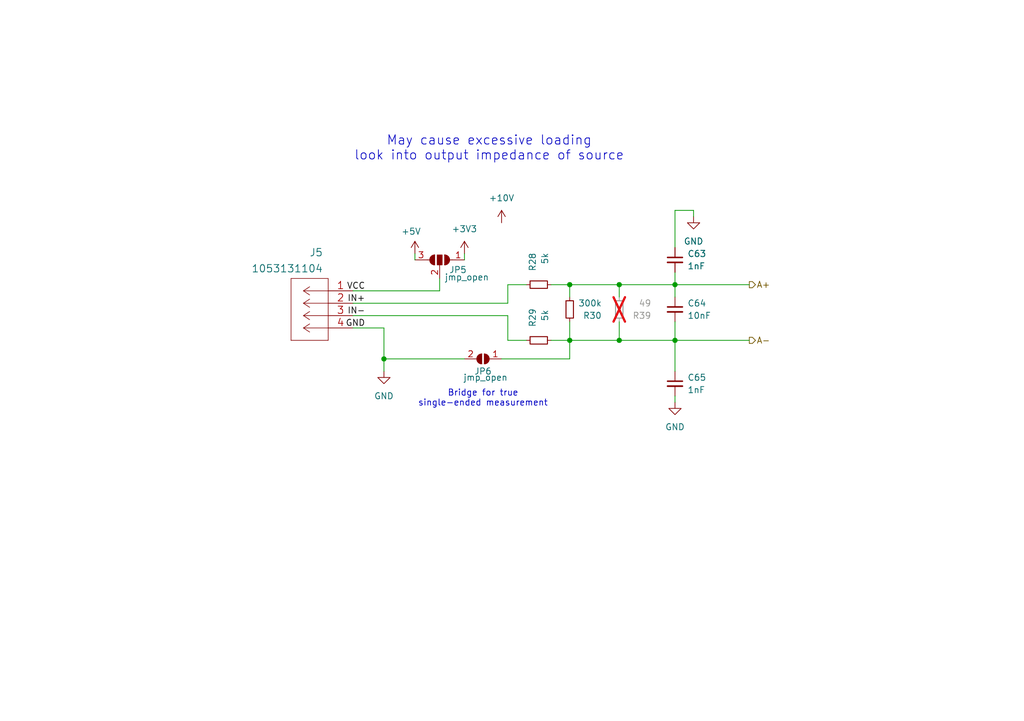
<source format=kicad_sch>
(kicad_sch (version 20240417) (generator "eeschema") (generator_version "8.99")
  (paper "A5")
  (lib_symbols
    (symbol "Device:C_Small" (pin_numbers hide) (pin_names (offset 0.254) hide)
      (property "Reference" "C" (at 0.254 1.778 0))
      (property "Value" "C_Small" (at 0.254 -2.032 0))
      (symbol "C_Small_0_1"
        (polyline (pts (xy -1.524 0.508) (xy 1.524 0.508)) (stroke (width 0.3048)))
        (polyline (pts (xy -1.524 -0.508) (xy 1.524 -0.508)) (stroke (width 0.3302)))
      )
      (symbol "C_Small_1_1"
        (pin passive line (at 0 2.54 270) (length 2.032) (name "~") (number "1"))
        (pin passive line (at 0 -2.54 90) (length 2.032) (name "~") (number "2"))
      )
    )
    (symbol "Device:R_Small" (pin_numbers hide) (pin_names (offset 0.254) hide)
      (property "Reference" "R" (at 0.762 0.508 0))
      (property "Value" "R_Small" (at 0.762 -1.016 0))
      (symbol "R_Small_0_1"
        (rectangle (start -0.762 1.778) (end 0.762 -1.778) (stroke (width 0.2032)))
      )
      (symbol "R_Small_1_1"
        (pin passive line (at 0 2.54 270) (length 0.762) (name "~") (number "1"))
        (pin passive line (at 0 -2.54 90) (length 0.762) (name "~") (number "2"))
      )
    )
    (symbol "Jumper:SolderJumper_2_Open" (pin_names (offset 0) hide)
      (property "Reference" "JP" (at 0 2.032 0))
      (property "Value" "SolderJumper_2_Open" (at 0 -2.54 0))
      (symbol "SolderJumper_2_Open_0_1"
        (polyline (pts (xy -0.254 1.016) (xy -0.254 -1.016)))
        (arc (start -0.254 -1.016) (mid -1.2656 0) (end -0.254 1.016))
        (arc (start -0.254 -1.016) (mid -1.2656 0) (end -0.254 1.016) (fill (type outline)))
        (arc (start 0.254 1.016) (mid 1.2656 0) (end 0.254 -1.016))
        (arc (start 0.254 1.016) (mid 1.2656 0) (end 0.254 -1.016) (fill (type outline)))
        (polyline (pts (xy 0.254 1.016) (xy 0.254 -1.016)))
      )
      (symbol "SolderJumper_2_Open_1_1"
        (pin passive line (at -3.81 0 0) (length 2.54) (name "A") (number "1"))
        (pin passive line (at 3.81 0 180) (length 2.54) (name "B") (number "2"))
      )
    )
    (symbol "Jumper:SolderJumper_3_Open" (pin_names (offset 0) hide)
      (property "Reference" "JP" (at -2.54 -2.54 0))
      (property "Value" "SolderJumper_3_Open" (at 0 2.794 0))
      (symbol "SolderJumper_3_Open_0_1"
        (polyline (pts (xy -2.54 0) (xy -2.032 0)))
        (polyline (pts (xy -1.016 1.016) (xy -1.016 -1.016)))
        (arc (start -1.016 -1.016) (mid -2.0276 0) (end -1.016 1.016))
        (arc (start -1.016 -1.016) (mid -2.0276 0) (end -1.016 1.016) (fill (type outline)))
        (rectangle (start -0.508 1.016) (end 0.508 -1.016) (fill (type outline)))
        (polyline (pts (xy 0 -1.27) (xy 0 -1.016)))
        (arc (start 1.016 1.016) (mid 2.0276 0) (end 1.016 -1.016) (fill (type outline)))
        (arc (start 1.016 1.016) (mid 2.0276 0) (end 1.016 -1.016))
        (polyline (pts (xy 1.016 1.016) (xy 1.016 -1.016)))
        (polyline (pts (xy 2.54 0) (xy 2.032 0)))
      )
      (symbol "SolderJumper_3_Open_1_1"
        (pin passive line (at -5.08 0 0) (length 2.54) (name "A") (number "1"))
        (pin input line (at 0 -3.81 90) (length 2.54) (name "C") (number "2"))
        (pin passive line (at 5.08 0 180) (length 2.54) (name "B") (number "3"))
      )
    )
    (symbol "iclr:1053131104" (pin_names (offset 0.254) hide)
      (property "Reference" "J" (at 8.89 6.35 0))
      (property "Value" "1053131104" (at 10.16 -5.08 0))
      (symbol "1053131104_1_1"
        (polyline (pts (xy 5.08 2.54) (xy 5.08 -10.16)) (stroke (width 0.127)))
        (polyline (pts (xy 5.08 -10.16) (xy 12.7 -10.16)) (stroke (width 0.127)))
        (polyline (pts (xy 10.16 0) (xy 8.89 0.8382)) (stroke (width 0.127)))
        (polyline (pts (xy 10.16 0) (xy 5.08 0)) (stroke (width 0.127)))
        (polyline (pts (xy 10.16 0) (xy 8.89 -0.8382)) (stroke (width 0.127)))
        (polyline (pts (xy 10.16 -2.54) (xy 5.08 -2.54)) (stroke (width 0.127)))
        (polyline (pts (xy 10.16 -2.54) (xy 8.89 -3.3782)) (stroke (width 0.127)))
        (polyline (pts (xy 10.16 -2.54) (xy 8.89 -1.7018)) (stroke (width 0.127)))
        (polyline (pts (xy 10.16 -5.08) (xy 5.08 -5.08)) (stroke (width 0.127)))
        (polyline (pts (xy 10.16 -5.08) (xy 8.89 -4.2418)) (stroke (width 0.127)))
        (polyline (pts (xy 10.16 -5.08) (xy 8.89 -5.9182)) (stroke (width 0.127)))
        (polyline (pts (xy 10.16 -7.62) (xy 8.89 -6.7818)) (stroke (width 0.127)))
        (polyline (pts (xy 10.16 -7.62) (xy 5.08 -7.62)) (stroke (width 0.127)))
        (polyline (pts (xy 10.16 -7.62) (xy 8.89 -8.4582)) (stroke (width 0.127)))
        (polyline (pts (xy 12.7 2.54) (xy 5.08 2.54)) (stroke (width 0.127)))
        (polyline (pts (xy 12.7 -10.16) (xy 12.7 2.54)) (stroke (width 0.127)))
        (pin unspecified line (at 0 0 0) (length 5.08) (name "1") (number "1"))
        (pin unspecified line (at 0 -2.54 0) (length 5.08) (name "2") (number "2"))
        (pin unspecified line (at 0 -5.08 0) (length 5.08) (name "3") (number "3"))
        (pin unspecified line (at 0 -7.62 0) (length 5.08) (name "4") (number "4"))
      )
    )
    (symbol "power:+10V" (power) (pin_names (offset 0))
      (property "Value" "+10V" (at 0 3.556 0))
      (symbol "+10V_0_1"
        (polyline (pts (xy -0.762 1.27) (xy 0 2.54)))
        (polyline (pts (xy 0 2.54) (xy 0.762 1.27)))
        (polyline (pts (xy 0 0) (xy 0 2.54)))
      )
      (symbol "+10V_1_1"
        (pin power_in line (at 0 0 90) (length 0) hide (name "+10V") (number "1"))
      )
    )
    (symbol "power:+3.3V" (power) (pin_names (offset 0))
      (property "Value" "+3.3V" (at 0 3.556 0))
      (symbol "+3.3V_0_1"
        (polyline (pts (xy -0.762 1.27) (xy 0 2.54)))
        (polyline (pts (xy 0 2.54) (xy 0.762 1.27)))
        (polyline (pts (xy 0 0) (xy 0 2.54)))
      )
      (symbol "+3.3V_1_1"
        (pin power_in line (at 0 0 90) (length 0) hide (name "+3V3") (number "1"))
      )
    )
    (symbol "power:+5V" (power) (pin_names (offset 0))
      (property "Value" "+5V" (at 0 3.556 0))
      (symbol "+5V_0_1"
        (polyline (pts (xy -0.762 1.27) (xy 0 2.54)))
        (polyline (pts (xy 0 2.54) (xy 0.762 1.27)))
        (polyline (pts (xy 0 0) (xy 0 2.54)))
      )
      (symbol "+5V_1_1"
        (pin power_in line (at 0 0 90) (length 0) hide (name "+5V") (number "1"))
      )
    )
    (symbol "power:GND" (power) (pin_names (offset 0))
      (property "Value" "GND" (at 0 -3.81 0))
      (symbol "GND_0_1"
        (polyline (pts (xy 0 0) (xy 0 -1.27) (xy 1.27 -1.27) (xy 0 -2.54) (xy -1.27 -1.27) (xy 0 -1.27)))
      )
      (symbol "GND_1_1"
        (pin power_in line (at 0 0 270) (length 0) hide (name "GND") (number "1"))
      )
    )
  )
  (text "May cause excessive loading\nlook into output impedance of source\n" (at 100.33 30.48 0) (effects (font (size 1.905 1.905))))
  (text "Bridge for true\nsingle-ended measurement\n" (at 99.06 81.788 0) (effects (font (size 1.27 1.27))))
  (junction (at 138.43 58.42))
  (junction (at 116.84 69.85))
  (junction (at 78.74 73.66))
  (junction (at 116.84 58.42))
  (junction (at 127 69.85))
  (junction (at 138.43 69.85))
  (junction (at 127 58.42))
  (wire (pts (xy 107.95 69.85) (xy 104.14 69.85)))
  (wire (pts (xy 102.87 73.66) (xy 116.84 73.66)))
  (wire (pts (xy 116.84 58.42) (xy 127 58.42)))
  (wire (pts (xy 90.17 59.69) (xy 72.39 59.69)))
  (wire (pts (xy 138.43 69.85) (xy 138.43 76.2)))
  (wire (pts (xy 78.74 73.66) (xy 95.25 73.66)))
  (wire (pts (xy 138.43 58.42) (xy 138.43 55.88)))
  (wire (pts (xy 85.09 52.07) (xy 85.09 53.34)))
  (wire (pts (xy 138.43 58.42) (xy 138.43 60.96)))
  (wire (pts (xy 138.43 66.04) (xy 138.43 69.85)))
  (wire (pts (xy 104.14 64.77) (xy 104.14 69.85)))
  (wire (pts (xy 138.43 81.28) (xy 138.43 82.55)))
  (wire (pts (xy 142.24 44.45) (xy 142.24 43.18)))
  (wire (pts (xy 90.17 57.15) (xy 90.17 59.69)))
  (wire (pts (xy 116.84 69.85) (xy 116.84 73.66)))
  (wire (pts (xy 142.24 43.18) (xy 138.43 43.18)))
  (wire (pts (xy 113.03 58.42) (xy 116.84 58.42)))
  (wire (pts (xy 72.39 64.77) (xy 104.14 64.77)))
  (wire (pts (xy 104.14 62.23) (xy 72.39 62.23)))
  (wire (pts (xy 95.25 52.07) (xy 95.25 53.34)))
  (wire (pts (xy 78.74 73.66) (xy 78.74 76.2)))
  (wire (pts (xy 116.84 66.04) (xy 116.84 69.85)))
  (wire (pts (xy 138.43 69.85) (xy 153.67 69.85)))
  (wire (pts (xy 127 60.96) (xy 127 58.42)))
  (wire (pts (xy 127 58.42) (xy 138.43 58.42)))
  (wire (pts (xy 72.39 67.31) (xy 78.74 67.31)))
  (wire (pts (xy 113.03 69.85) (xy 116.84 69.85)))
  (wire (pts (xy 127 69.85) (xy 127 66.04)))
  (wire (pts (xy 153.67 58.42) (xy 138.43 58.42)))
  (wire (pts (xy 127 69.85) (xy 138.43 69.85)))
  (wire (pts (xy 104.14 58.42) (xy 107.95 58.42)))
  (wire (pts (xy 138.43 43.18) (xy 138.43 50.8)))
  (wire (pts (xy 116.84 58.42) (xy 116.84 60.96)))
  (wire (pts (xy 104.14 58.42) (xy 104.14 62.23)))
  (wire (pts (xy 116.84 69.85) (xy 127 69.85)))
  (wire (pts (xy 78.74 67.31) (xy 78.74 73.66)))
  (label "IN-" (at 74.93 64.77 180))
  (label "IN+" (at 74.93 62.23 180))
  (label "VCC" (at 74.93 59.69 180))
  (label "GND" (at 74.93 67.31 180))
  (hierarchical_label "A+" (shape output) (at 153.67 58.42 0))
  (hierarchical_label "A-" (shape output) (at 153.67 69.85 0))
  (symbol (lib_id "power:+3.3V") (at 95.25 52.07 0) (mirror y) (unit 1)
    (property "Reference" "#PWR0178" (effects (hide yes)))
    (property "Value" "+3V3" (at 95.25 46.99 0))
    (instances (project "sensorboard" (path "" (reference "#PWR083") (unit 1)) (path "" (reference "#PWR073") (unit 1)) (path "" (reference "#PWR093") (unit 1)) (path "" (reference "#PWR088") (unit 1)) (path "" (reference "#PWR063") (unit 1)) (path "" (reference "#PWR0178") (unit 1))))
  )
  (symbol (lib_id "Device:R_Small") (at 110.49 58.42 90) (mirror x) (unit 1)
    (property "Reference" "R105" (at 109.22 51.816 0) (effects (justify left)))
    (property "Value" "5k" (at 111.76 51.816 0) (effects (justify left)))
    (property "Footprint" "Resistor_SMD:R_0402_1005Metric" (effects (hide yes)))
    (instances (project "sensorboard" (path "" (reference "R28") (unit 1)) (path "" (reference "R25") (unit 1)) (path "" (reference "R34") (unit 1)) (path "" (reference "R31") (unit 1)) (path "" (reference "R22") (unit 1)) (path "" (reference "R105") (unit 1))))
  )
  (symbol (lib_id "Jumper:SolderJumper_2_Open") (at 99.06 73.66 0) (mirror y) (unit 1)
    (property "Reference" "JP41" (at 99.06 76.2 0))
    (property "Value" "jmp_open" (at 99.568 77.47 0))
    (property "Footprint" "Jumper:SolderJumper-2_P1.3mm_Open_RoundedPad1.0x1.5mm" (effects (hide yes)))
    (instances (project "sensorboard" (path "" (reference "JP6") (unit 1)) (path "" (reference "JP4") (unit 1)) (path "" (reference "JP10") (unit 1)) (path "" (reference "JP8") (unit 1)) (path "" (reference "JP2") (unit 1)) (path "" (reference "JP41") (unit 1))))
  )
  (symbol (lib_id "power:GND") (at 78.74 76.2 0) (mirror y) (unit 1)
    (property "Reference" "#PWR0181" (effects (hide yes)))
    (property "Value" "GND" (at 78.74 81.28 0))
    (instances (project "sensorboard" (path "" (reference "#PWR080") (unit 1)) (path "" (reference "#PWR069") (unit 1)) (path "" (reference "#PWR091") (unit 1)) (path "" (reference "#PWR086") (unit 1)) (path "" (reference "#PWR022") (unit 1)) (path "" (reference "#PWR0181") (unit 1))))
  )
  (symbol (lib_id "power:+10V") (at 102.87 45.72 0) (unit 1)
    (property "Reference" "#PWR097" (effects (hide yes)))
    (property "Value" "+10V" (at 102.87 40.64 0))
    (instances (project "sensorboard" (path "" (reference "#PWR098") (unit 1)) (path "" (reference "#PWR097") (unit 1)) (path "" (reference "#PWR0101") (unit 1)) (path "" (reference "#PWR0100") (unit 1)) (path "" (reference "#PWR065") (unit 1)) (path "" (reference "#PWR099") (unit 1))))
  )
  (symbol (lib_id "Device:R_Small") (at 116.84 63.5 180) (unit 1)
    (property "Reference" "R104" (at 123.444 64.77 0) (effects (justify left)))
    (property "Value" "300k" (at 123.444 62.23 0) (effects (justify left)))
    (property "Footprint" "Resistor_SMD:R_0402_1005Metric" (effects (hide yes)))
    (instances (project "sensorboard" (path "" (reference "R30") (unit 1)) (path "" (reference "R27") (unit 1)) (path "" (reference "R36") (unit 1)) (path "" (reference "R33") (unit 1)) (path "" (reference "R24") (unit 1)) (path "" (reference "R104") (unit 1))))
  )
  (symbol (lib_id "Device:R_Small") (at 110.49 69.85 90) (mirror x) (unit 1)
    (property "Reference" "R106" (at 109.22 63.246 0) (effects (justify left)))
    (property "Value" "5k" (at 111.76 63.5 0) (effects (justify left)))
    (property "Footprint" "Resistor_SMD:R_0402_1005Metric" (effects (hide yes)))
    (instances (project "sensorboard" (path "" (reference "R29") (unit 1)) (path "" (reference "R26") (unit 1)) (path "" (reference "R35") (unit 1)) (path "" (reference "R32") (unit 1)) (path "" (reference "R23") (unit 1)) (path "" (reference "R106") (unit 1))))
  )
  (symbol (lib_id "Device:C_Small") (at 138.43 78.74 0) (mirror y) (unit 1)
    (property "Reference" "C96" (at 140.97 77.4762 0) (effects (justify right)))
    (property "Value" "1nF" (at 140.97 80.0162 0) (effects (justify right)))
    (property "Footprint" "Capacitor_SMD:C_0402_1005Metric" (effects (hide yes)))
    (instances (project "sensorboard" (path "" (reference "C65") (unit 1)) (path "" (reference "C50") (unit 1)) (path "" (reference "C71") (unit 1)) (path "" (reference "C68") (unit 1)) (path "" (reference "C44") (unit 1)) (path "" (reference "C96") (unit 1))))
  )
  (symbol (lib_id "power:+5V") (at 85.09 52.07 0) (mirror y) (unit 1)
    (property "Reference" "#PWR0182" (effects (hide yes)))
    (property "Value" "+5V" (at 86.36 47.498 0) (effects (justify left)))
    (instances (project "sensorboard" (path "" (reference "#PWR082") (unit 1)) (path "" (reference "#PWR071") (unit 1)) (path "" (reference "#PWR092") (unit 1)) (path "" (reference "#PWR087") (unit 1)) (path "" (reference "#PWR023") (unit 1)) (path "" (reference "#PWR0182") (unit 1))))
  )
  (symbol (lib_id "power:GND") (at 138.43 82.55 0) (mirror y) (unit 1)
    (property "Reference" "#PWR0177" (effects (hide yes)))
    (property "Value" "GND" (at 138.43 87.63 0))
    (instances (project "sensorboard" (path "" (reference "#PWR084") (unit 1)) (path "" (reference "#PWR078") (unit 1)) (path "" (reference "#PWR094") (unit 1)) (path "" (reference "#PWR089") (unit 1)) (path "" (reference "#PWR068") (unit 1)) (path "" (reference "#PWR0177") (unit 1))))
  )
  (symbol (lib_id "Device:R_Small") (at 127 63.5 180) (unit 1) (dnp yes)
    (property "Reference" "R38" (at 133.604 64.77 0) (effects (justify left)))
    (property "Value" "49" (at 133.604 62.23 0) (effects (justify left)))
    (property "Footprint" "Resistor_SMD:R_0402_1005Metric" (effects (hide yes)))
    (instances (project "sensorboard" (path "" (reference "R39") (unit 1)) (path "" (reference "R38") (unit 1)) (path "" (reference "R42") (unit 1)) (path "" (reference "R41") (unit 1)) (path "" (reference "R37") (unit 1)) (path "" (reference "R40") (unit 1))))
  )
  (symbol (lib_id "Device:C_Small") (at 138.43 53.34 0) (mirror y) (unit 1)
    (property "Reference" "C95" (at 140.97 52.0762 0) (effects (justify right)))
    (property "Value" "1nF" (at 140.97 54.6162 0) (effects (justify right)))
    (property "Footprint" "Capacitor_SMD:C_0402_1005Metric" (effects (hide yes)))
    (instances (project "sensorboard" (path "" (reference "C63") (unit 1)) (path "" (reference "C47") (unit 1)) (path "" (reference "C69") (unit 1)) (path "" (reference "C66") (unit 1)) (path "" (reference "C40") (unit 1)) (path "" (reference "C95") (unit 1))))
  )
  (symbol (lib_id "iclr:1053131104") (at 72.39 59.69 0) (mirror y) (unit 1)
    (property "Reference" "J2" (at 66.294 51.816 0) (effects (font (size 1.524 1.524)) (justify left)))
    (property "Value" "1053131104" (at 66.294 55.118 0) (effects (font (size 1.524 1.524)) (justify left)))
    (property "Footprint" "iclr:1053131104" (effects (hide yes)))
    (instances (project "sensorboard" (path "" (reference "J5") (unit 1)) (path "" (reference "J4") (unit 1)) (path "" (reference "J7") (unit 1)) (path "" (reference "J6") (unit 1)) (path "" (reference "J3") (unit 1)) (path "" (reference "J2") (unit 1))))
  )
  (symbol (lib_id "Device:C_Small") (at 138.43 63.5 0) (mirror y) (unit 1)
    (property "Reference" "C97" (at 140.97 62.2362 0) (effects (justify right)))
    (property "Value" "10nF" (at 140.97 64.7762 0) (effects (justify right)))
    (property "Footprint" "Capacitor_SMD:C_0402_1005Metric" (effects (hide yes)))
    (instances (project "sensorboard" (path "" (reference "C64") (unit 1)) (path "" (reference "C48") (unit 1)) (path "" (reference "C70") (unit 1)) (path "" (reference "C67") (unit 1)) (path "" (reference "C42") (unit 1)) (path "" (reference "C97") (unit 1))))
  )
  (symbol (lib_id "power:GND") (at 142.24 44.45 0) (mirror y) (unit 1)
    (property "Reference" "#PWR0183" (effects (hide yes)))
    (property "Value" "GND" (at 142.24 49.53 0))
    (instances (project "sensorboard" (path "" (reference "#PWR085") (unit 1)) (path "" (reference "#PWR079") (unit 1)) (path "" (reference "#PWR095") (unit 1)) (path "" (reference "#PWR090") (unit 1)) (path "" (reference "#PWR096") (unit 1)) (path "" (reference "#PWR0183") (unit 1))))
  )
  (symbol (lib_id "Jumper:SolderJumper_3_Open") (at 90.17 53.34 0) (mirror y) (unit 1)
    (property "Reference" "JP42" (at 95.758 55.372 0) (effects (justify left)))
    (property "Value" "jmp_open" (at 100.33 56.896 0) (effects (justify left)))
    (property "Footprint" "Jumper:SolderJumper-3_P1.3mm_Open_RoundedPad1.0x1.5mm_NumberLabels" (effects (hide yes)))
    (instances (project "sensorboard" (path "" (reference "JP5") (unit 1)) (path "" (reference "JP3") (unit 1)) (path "" (reference "JP9") (unit 1)) (path "" (reference "JP7") (unit 1)) (path "" (reference "JP1") (unit 1)) (path "" (reference "JP42") (unit 1))))
  )
)
</source>
